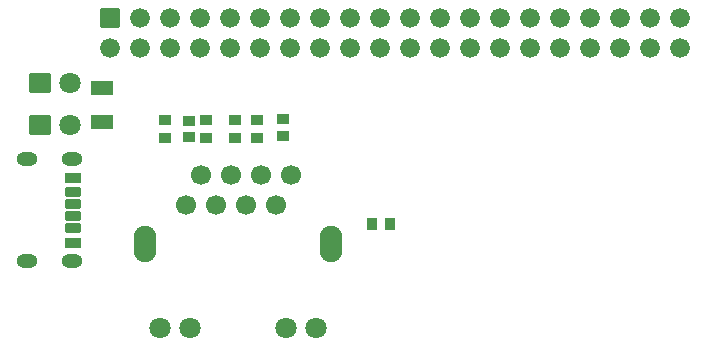
<source format=gts>
G04 Layer: TopSolderMaskLayer*
G04 EasyEDA v6.5.40, 2025-01-31 22:11:59*
G04 63179efdc9ef42fbbe513a6e2370b4ab,79498b06e10c4258a2922cdf157d59c5,10*
G04 Gerber Generator version 0.2*
G04 Scale: 100 percent, Rotated: No, Reflected: No *
G04 Dimensions in millimeters *
G04 leading zeros omitted , absolute positions ,4 integer and 5 decimal *
%FSLAX45Y45*%
%MOMM*%

%AMMACRO1*1,1,$1,$2,$3*1,1,$1,$4,$5*1,1,$1,0-$2,0-$3*1,1,$1,0-$4,0-$5*20,1,$1,$2,$3,$4,$5,0*20,1,$1,$4,$5,0-$2,0-$3,0*20,1,$1,0-$2,0-$3,0-$4,0-$5,0*20,1,$1,0-$4,0-$5,$2,$3,0*4,1,4,$2,$3,$4,$5,0-$2,0-$3,0-$4,0-$5,$2,$3,0*%
%ADD10MACRO1,0.1016X-0.7874X-0.7874X0.7874X-0.7874*%
%ADD11C,1.6764*%
%ADD12R,1.0016X0.9016*%
%ADD13MACRO1,0.1016X0.432X0.4X0.432X-0.4*%
%ADD14MACRO1,0.1016X-0.432X0.4032X0.432X0.4032*%
%ADD15MACRO1,0.1016X-0.432X-0.4032X0.432X-0.4032*%
%ADD16MACRO1,0.1016X-0.4032X-0.432X-0.4032X0.432*%
%ADD17MACRO1,0.1016X0.4032X-0.432X0.4032X0.432*%
%ADD18MACRO1,0.1X0.6X0.4X0.6X-0.4*%
%ADD19MACRO1,0.1X0.6X0.35X0.6X-0.35*%
%ADD20O,1.7999964X1.1999976*%
%ADD21R,1.8296X1.2917*%
%ADD22MACRO1,0.1016X-0.85X0.7874X0.85X0.7874*%
%ADD23C,1.8016*%
%ADD24C,1.7000*%
%ADD25C,1.8000*%
%ADD26O,1.9000215999999999X3.1000191999999998*%

%LPD*%
D10*
G01*
X836993Y-222999D03*
D11*
G01*
X837006Y-477012D03*
G01*
X1091006Y-223012D03*
G01*
X1091006Y-477012D03*
G01*
X1345006Y-223012D03*
G01*
X1345006Y-477012D03*
G01*
X1599006Y-223012D03*
G01*
X1599006Y-477012D03*
G01*
X1853006Y-223012D03*
G01*
X1853006Y-477012D03*
G01*
X2107006Y-223012D03*
G01*
X2107006Y-477012D03*
G01*
X2361006Y-223012D03*
G01*
X2361006Y-477012D03*
G01*
X2615006Y-223012D03*
G01*
X2615006Y-477012D03*
G01*
X2869006Y-223012D03*
G01*
X2869006Y-477012D03*
G01*
X3123006Y-223012D03*
G01*
X3123006Y-477012D03*
G01*
X3377006Y-223012D03*
G01*
X3377006Y-477012D03*
G01*
X3631006Y-223012D03*
G01*
X3631006Y-477012D03*
G01*
X3885006Y-223012D03*
G01*
X3885006Y-477012D03*
G01*
X4139006Y-223012D03*
G01*
X4139006Y-477012D03*
G01*
X4393006Y-223012D03*
G01*
X4393006Y-477012D03*
G01*
X4647006Y-223012D03*
G01*
X4647006Y-477012D03*
G01*
X4901006Y-223012D03*
G01*
X4901006Y-477012D03*
G01*
X5155006Y-223012D03*
G01*
X5155006Y-477012D03*
G01*
X5409006Y-223012D03*
G01*
X5409006Y-477012D03*
G01*
X5663006Y-223012D03*
G01*
X5663006Y-477012D03*
D12*
G01*
X2299970Y-1080109D03*
G01*
X2299970Y-1220114D03*
D13*
G01*
X1499920Y-1230017D03*
G01*
X1499920Y-1090018D03*
D14*
G01*
X1299972Y-1235342D03*
D15*
G01*
X1299972Y-1084693D03*
D14*
G01*
X1649984Y-1235342D03*
D15*
G01*
X1649984Y-1084693D03*
D14*
G01*
X2080005Y-1235342D03*
D15*
G01*
X2080005Y-1084693D03*
D14*
G01*
X1890014Y-1235342D03*
D15*
G01*
X1890014Y-1084693D03*
D16*
G01*
X3205366Y-1970023D03*
D17*
G01*
X3054717Y-1970023D03*
D18*
G01*
X524004Y-2125007D03*
D19*
G01*
X524004Y-2001994D03*
G01*
X524004Y-1899996D03*
G01*
X524004Y-1799996D03*
G01*
X524004Y-1697997D03*
D18*
G01*
X524004Y-1574987D03*
D20*
G01*
X516001Y-1418005D03*
G01*
X516001Y-2281986D03*
G01*
X135991Y-1418005D03*
G01*
X135991Y-2281986D03*
D21*
G01*
X770001Y-1104493D03*
G01*
X770001Y-815492D03*
D22*
G01*
X243000Y-769998D03*
D23*
G01*
X497001Y-770001D03*
D22*
G01*
X243000Y-1129997D03*
D23*
G01*
X497001Y-1130020D03*
D24*
G01*
X1475486Y-1806498D03*
G01*
X1602486Y-1552498D03*
G01*
X1729486Y-1806498D03*
G01*
X1856486Y-1552498D03*
G01*
X1983486Y-1806498D03*
G01*
X2110486Y-1552498D03*
G01*
X2237486Y-1806498D03*
G01*
X2364486Y-1552498D03*
D25*
G01*
X1256995Y-2847492D03*
G01*
X1510995Y-2847492D03*
G01*
X2328976Y-2847492D03*
G01*
X2582976Y-2847492D03*
D26*
G01*
X1132484Y-2136495D03*
G01*
X2707487Y-2136495D03*
M02*

</source>
